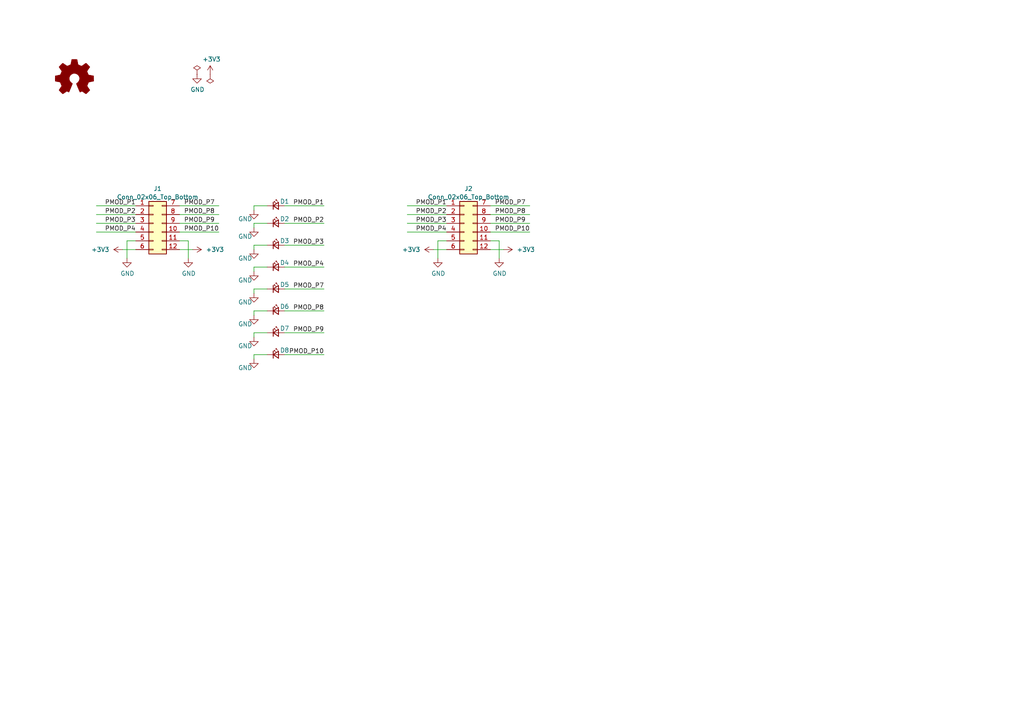
<source format=kicad_sch>
(kicad_sch (version 20230121) (generator eeschema)

  (uuid e63e39d7-6ac0-4ffd-8aa3-1841a4541b55)

  (paper "A4")

  (title_block
    (title "Pmod Matrix LED module")
    (date "2023-03-12")
    (rev "Rev.B")
    (company "Kenta IDA")
  )

  (lib_symbols
    (symbol "Connector_Generic:Conn_02x06_Top_Bottom" (pin_names (offset 1.016) hide) (in_bom yes) (on_board yes)
      (property "Reference" "J" (at 1.27 7.62 0)
        (effects (font (size 1.27 1.27)))
      )
      (property "Value" "Conn_02x06_Top_Bottom" (at 1.27 -10.16 0)
        (effects (font (size 1.27 1.27)))
      )
      (property "Footprint" "" (at 0 0 0)
        (effects (font (size 1.27 1.27)) hide)
      )
      (property "Datasheet" "~" (at 0 0 0)
        (effects (font (size 1.27 1.27)) hide)
      )
      (property "ki_keywords" "connector" (at 0 0 0)
        (effects (font (size 1.27 1.27)) hide)
      )
      (property "ki_description" "Generic connector, double row, 02x06, top/bottom pin numbering scheme (row 1: 1...pins_per_row, row2: pins_per_row+1 ... num_pins), script generated (kicad-library-utils/schlib/autogen/connector/)" (at 0 0 0)
        (effects (font (size 1.27 1.27)) hide)
      )
      (property "ki_fp_filters" "Connector*:*_2x??_*" (at 0 0 0)
        (effects (font (size 1.27 1.27)) hide)
      )
      (symbol "Conn_02x06_Top_Bottom_1_1"
        (rectangle (start -1.27 -7.493) (end 0 -7.747)
          (stroke (width 0.1524) (type default))
          (fill (type none))
        )
        (rectangle (start -1.27 -4.953) (end 0 -5.207)
          (stroke (width 0.1524) (type default))
          (fill (type none))
        )
        (rectangle (start -1.27 -2.413) (end 0 -2.667)
          (stroke (width 0.1524) (type default))
          (fill (type none))
        )
        (rectangle (start -1.27 0.127) (end 0 -0.127)
          (stroke (width 0.1524) (type default))
          (fill (type none))
        )
        (rectangle (start -1.27 2.667) (end 0 2.413)
          (stroke (width 0.1524) (type default))
          (fill (type none))
        )
        (rectangle (start -1.27 5.207) (end 0 4.953)
          (stroke (width 0.1524) (type default))
          (fill (type none))
        )
        (rectangle (start -1.27 6.35) (end 3.81 -8.89)
          (stroke (width 0.254) (type default))
          (fill (type background))
        )
        (rectangle (start 3.81 -7.493) (end 2.54 -7.747)
          (stroke (width 0.1524) (type default))
          (fill (type none))
        )
        (rectangle (start 3.81 -4.953) (end 2.54 -5.207)
          (stroke (width 0.1524) (type default))
          (fill (type none))
        )
        (rectangle (start 3.81 -2.413) (end 2.54 -2.667)
          (stroke (width 0.1524) (type default))
          (fill (type none))
        )
        (rectangle (start 3.81 0.127) (end 2.54 -0.127)
          (stroke (width 0.1524) (type default))
          (fill (type none))
        )
        (rectangle (start 3.81 2.667) (end 2.54 2.413)
          (stroke (width 0.1524) (type default))
          (fill (type none))
        )
        (rectangle (start 3.81 5.207) (end 2.54 4.953)
          (stroke (width 0.1524) (type default))
          (fill (type none))
        )
        (pin passive line (at -5.08 5.08 0) (length 3.81)
          (name "Pin_1" (effects (font (size 1.27 1.27))))
          (number "1" (effects (font (size 1.27 1.27))))
        )
        (pin passive line (at 7.62 -2.54 180) (length 3.81)
          (name "Pin_10" (effects (font (size 1.27 1.27))))
          (number "10" (effects (font (size 1.27 1.27))))
        )
        (pin passive line (at 7.62 -5.08 180) (length 3.81)
          (name "Pin_11" (effects (font (size 1.27 1.27))))
          (number "11" (effects (font (size 1.27 1.27))))
        )
        (pin passive line (at 7.62 -7.62 180) (length 3.81)
          (name "Pin_12" (effects (font (size 1.27 1.27))))
          (number "12" (effects (font (size 1.27 1.27))))
        )
        (pin passive line (at -5.08 2.54 0) (length 3.81)
          (name "Pin_2" (effects (font (size 1.27 1.27))))
          (number "2" (effects (font (size 1.27 1.27))))
        )
        (pin passive line (at -5.08 0 0) (length 3.81)
          (name "Pin_3" (effects (font (size 1.27 1.27))))
          (number "3" (effects (font (size 1.27 1.27))))
        )
        (pin passive line (at -5.08 -2.54 0) (length 3.81)
          (name "Pin_4" (effects (font (size 1.27 1.27))))
          (number "4" (effects (font (size 1.27 1.27))))
        )
        (pin passive line (at -5.08 -5.08 0) (length 3.81)
          (name "Pin_5" (effects (font (size 1.27 1.27))))
          (number "5" (effects (font (size 1.27 1.27))))
        )
        (pin passive line (at -5.08 -7.62 0) (length 3.81)
          (name "Pin_6" (effects (font (size 1.27 1.27))))
          (number "6" (effects (font (size 1.27 1.27))))
        )
        (pin passive line (at 7.62 5.08 180) (length 3.81)
          (name "Pin_7" (effects (font (size 1.27 1.27))))
          (number "7" (effects (font (size 1.27 1.27))))
        )
        (pin passive line (at 7.62 2.54 180) (length 3.81)
          (name "Pin_8" (effects (font (size 1.27 1.27))))
          (number "8" (effects (font (size 1.27 1.27))))
        )
        (pin passive line (at 7.62 0 180) (length 3.81)
          (name "Pin_9" (effects (font (size 1.27 1.27))))
          (number "9" (effects (font (size 1.27 1.27))))
        )
      )
    )
    (symbol "Device:LED_Small" (pin_numbers hide) (pin_names (offset 0.254) hide) (in_bom yes) (on_board yes)
      (property "Reference" "D" (at -1.27 3.175 0)
        (effects (font (size 1.27 1.27)) (justify left))
      )
      (property "Value" "LED_Small" (at -4.445 -2.54 0)
        (effects (font (size 1.27 1.27)) (justify left))
      )
      (property "Footprint" "" (at 0 0 90)
        (effects (font (size 1.27 1.27)) hide)
      )
      (property "Datasheet" "~" (at 0 0 90)
        (effects (font (size 1.27 1.27)) hide)
      )
      (property "ki_keywords" "LED diode light-emitting-diode" (at 0 0 0)
        (effects (font (size 1.27 1.27)) hide)
      )
      (property "ki_description" "Light emitting diode, small symbol" (at 0 0 0)
        (effects (font (size 1.27 1.27)) hide)
      )
      (property "ki_fp_filters" "LED* LED_SMD:* LED_THT:*" (at 0 0 0)
        (effects (font (size 1.27 1.27)) hide)
      )
      (symbol "LED_Small_0_1"
        (polyline
          (pts
            (xy -0.762 -1.016)
            (xy -0.762 1.016)
          )
          (stroke (width 0.254) (type default))
          (fill (type none))
        )
        (polyline
          (pts
            (xy 1.016 0)
            (xy -0.762 0)
          )
          (stroke (width 0) (type default))
          (fill (type none))
        )
        (polyline
          (pts
            (xy 0.762 -1.016)
            (xy -0.762 0)
            (xy 0.762 1.016)
            (xy 0.762 -1.016)
          )
          (stroke (width 0.254) (type default))
          (fill (type none))
        )
        (polyline
          (pts
            (xy 0 0.762)
            (xy -0.508 1.27)
            (xy -0.254 1.27)
            (xy -0.508 1.27)
            (xy -0.508 1.016)
          )
          (stroke (width 0) (type default))
          (fill (type none))
        )
        (polyline
          (pts
            (xy 0.508 1.27)
            (xy 0 1.778)
            (xy 0.254 1.778)
            (xy 0 1.778)
            (xy 0 1.524)
          )
          (stroke (width 0) (type default))
          (fill (type none))
        )
      )
      (symbol "LED_Small_1_1"
        (pin passive line (at -2.54 0 0) (length 1.778)
          (name "K" (effects (font (size 1.27 1.27))))
          (number "1" (effects (font (size 1.27 1.27))))
        )
        (pin passive line (at 2.54 0 180) (length 1.778)
          (name "A" (effects (font (size 1.27 1.27))))
          (number "2" (effects (font (size 1.27 1.27))))
        )
      )
    )
    (symbol "Graphic:Logo_Open_Hardware_Small" (pin_names (offset 1.016)) (in_bom yes) (on_board yes)
      (property "Reference" "#LOGO" (at 0 6.985 0)
        (effects (font (size 1.27 1.27)) hide)
      )
      (property "Value" "Logo_Open_Hardware_Small" (at 0 -5.715 0)
        (effects (font (size 1.27 1.27)) hide)
      )
      (property "Footprint" "" (at 0 0 0)
        (effects (font (size 1.27 1.27)) hide)
      )
      (property "Datasheet" "~" (at 0 0 0)
        (effects (font (size 1.27 1.27)) hide)
      )
      (property "ki_keywords" "Logo" (at 0 0 0)
        (effects (font (size 1.27 1.27)) hide)
      )
      (property "ki_description" "Open Hardware logo, small" (at 0 0 0)
        (effects (font (size 1.27 1.27)) hide)
      )
      (symbol "Logo_Open_Hardware_Small_0_1"
        (polyline
          (pts
            (xy 3.3528 -4.3434)
            (xy 3.302 -4.318)
            (xy 3.175 -4.2418)
            (xy 2.9972 -4.1148)
            (xy 2.7686 -3.9624)
            (xy 2.54 -3.81)
            (xy 2.3622 -3.7084)
            (xy 2.2352 -3.6068)
            (xy 2.1844 -3.5814)
            (xy 2.159 -3.6068)
            (xy 2.0574 -3.6576)
            (xy 1.905 -3.7338)
            (xy 1.8034 -3.7846)
            (xy 1.6764 -3.8354)
            (xy 1.6002 -3.8354)
            (xy 1.6002 -3.8354)
            (xy 1.5494 -3.7338)
            (xy 1.4732 -3.5306)
            (xy 1.3462 -3.302)
            (xy 1.2446 -3.0226)
            (xy 1.1176 -2.7178)
            (xy 0.9652 -2.413)
            (xy 0.8636 -2.1082)
            (xy 0.7366 -1.8288)
            (xy 0.6604 -1.6256)
            (xy 0.6096 -1.4732)
            (xy 0.5842 -1.397)
            (xy 0.5842 -1.397)
            (xy 0.6604 -1.3208)
            (xy 0.7874 -1.2446)
            (xy 1.0414 -1.016)
            (xy 1.2954 -0.6858)
            (xy 1.4478 -0.3302)
            (xy 1.524 0.0762)
            (xy 1.4732 0.4572)
            (xy 1.3208 0.8128)
            (xy 1.0668 1.143)
            (xy 0.762 1.3716)
            (xy 0.4064 1.524)
            (xy 0 1.5748)
            (xy -0.381 1.5494)
            (xy -0.7366 1.397)
            (xy -1.0668 1.143)
            (xy -1.2192 0.9906)
            (xy -1.397 0.6604)
            (xy -1.524 0.3048)
            (xy -1.524 0.2286)
            (xy -1.4986 -0.1778)
            (xy -1.397 -0.5334)
            (xy -1.1938 -0.8636)
            (xy -0.9144 -1.143)
            (xy -0.8636 -1.1684)
            (xy -0.7366 -1.27)
            (xy -0.635 -1.3462)
            (xy -0.5842 -1.397)
            (xy -1.0668 -2.5908)
            (xy -1.143 -2.794)
            (xy -1.2954 -3.1242)
            (xy -1.397 -3.4036)
            (xy -1.4986 -3.6322)
            (xy -1.5748 -3.7846)
            (xy -1.6002 -3.8354)
            (xy -1.6002 -3.8354)
            (xy -1.651 -3.8354)
            (xy -1.7272 -3.81)
            (xy -1.905 -3.7338)
            (xy -2.0066 -3.683)
            (xy -2.1336 -3.6068)
            (xy -2.2098 -3.5814)
            (xy -2.2606 -3.6068)
            (xy -2.3622 -3.683)
            (xy -2.54 -3.81)
            (xy -2.7686 -3.9624)
            (xy -2.9718 -4.0894)
            (xy -3.1496 -4.2164)
            (xy -3.302 -4.318)
            (xy -3.3528 -4.3434)
            (xy -3.3782 -4.3434)
            (xy -3.429 -4.318)
            (xy -3.5306 -4.2164)
            (xy -3.7084 -4.064)
            (xy -3.937 -3.8354)
            (xy -3.9624 -3.81)
            (xy -4.1656 -3.6068)
            (xy -4.318 -3.4544)
            (xy -4.4196 -3.3274)
            (xy -4.445 -3.2766)
            (xy -4.445 -3.2766)
            (xy -4.4196 -3.2258)
            (xy -4.318 -3.0734)
            (xy -4.2164 -2.8956)
            (xy -4.064 -2.667)
            (xy -3.6576 -2.0828)
            (xy -3.8862 -1.5494)
            (xy -3.937 -1.3716)
            (xy -4.0386 -1.1684)
            (xy -4.0894 -1.0414)
            (xy -4.1148 -0.9652)
            (xy -4.191 -0.9398)
            (xy -4.318 -0.9144)
            (xy -4.5466 -0.8636)
            (xy -4.8006 -0.8128)
            (xy -5.0546 -0.7874)
            (xy -5.2578 -0.7366)
            (xy -5.4356 -0.7112)
            (xy -5.5118 -0.6858)
            (xy -5.5118 -0.6858)
            (xy -5.5372 -0.635)
            (xy -5.5372 -0.5588)
            (xy -5.5372 -0.4318)
            (xy -5.5626 -0.2286)
            (xy -5.5626 0.0762)
            (xy -5.5626 0.127)
            (xy -5.5372 0.4064)
            (xy -5.5372 0.635)
            (xy -5.5372 0.762)
            (xy -5.5372 0.8382)
            (xy -5.5372 0.8382)
            (xy -5.461 0.8382)
            (xy -5.3086 0.889)
            (xy -5.08 0.9144)
            (xy -4.826 0.9652)
            (xy -4.8006 0.9906)
            (xy -4.5466 1.0414)
            (xy -4.318 1.0668)
            (xy -4.1656 1.1176)
            (xy -4.0894 1.143)
            (xy -4.0894 1.143)
            (xy -4.0386 1.2446)
            (xy -3.9624 1.4224)
            (xy -3.8608 1.6256)
            (xy -3.7846 1.8288)
            (xy -3.7084 2.0066)
            (xy -3.6576 2.159)
            (xy -3.6322 2.2098)
            (xy -3.6322 2.2098)
            (xy -3.683 2.286)
            (xy -3.7592 2.413)
            (xy -3.8862 2.5908)
            (xy -4.064 2.8194)
            (xy -4.064 2.8448)
            (xy -4.2164 3.0734)
            (xy -4.3434 3.2512)
            (xy -4.4196 3.3782)
            (xy -4.445 3.4544)
            (xy -4.445 3.4544)
            (xy -4.3942 3.5052)
            (xy -4.2926 3.6322)
            (xy -4.1148 3.81)
            (xy -3.937 4.0132)
            (xy -3.8608 4.064)
            (xy -3.6576 4.2926)
            (xy -3.5052 4.4196)
            (xy -3.4036 4.4958)
            (xy -3.3528 4.5212)
            (xy -3.3528 4.5212)
            (xy -3.302 4.4704)
            (xy -3.1496 4.3688)
            (xy -2.9718 4.2418)
            (xy -2.7432 4.0894)
            (xy -2.7178 4.0894)
            (xy -2.4892 3.937)
            (xy -2.3114 3.81)
            (xy -2.1844 3.7084)
            (xy -2.1336 3.683)
            (xy -2.1082 3.683)
            (xy -2.032 3.7084)
            (xy -1.8542 3.7592)
            (xy -1.6764 3.8354)
            (xy -1.4732 3.937)
            (xy -1.27 4.0132)
            (xy -1.143 4.064)
            (xy -1.0668 4.1148)
            (xy -1.0668 4.1148)
            (xy -1.0414 4.191)
            (xy -1.016 4.3434)
            (xy -0.9652 4.572)
            (xy -0.9144 4.8514)
            (xy -0.889 4.9022)
            (xy -0.8382 5.1562)
            (xy -0.8128 5.3848)
            (xy -0.7874 5.5372)
            (xy -0.762 5.588)
            (xy -0.7112 5.6134)
            (xy -0.5842 5.6134)
            (xy -0.4064 5.6134)
            (xy -0.1524 5.6134)
            (xy 0.0762 5.6134)
            (xy 0.3302 5.6134)
            (xy 0.5334 5.6134)
            (xy 0.6858 5.588)
            (xy 0.7366 5.588)
            (xy 0.7366 5.588)
            (xy 0.762 5.5118)
            (xy 0.8128 5.334)
            (xy 0.8382 5.1054)
            (xy 0.9144 4.826)
            (xy 0.9144 4.7752)
            (xy 0.9652 4.5212)
            (xy 1.016 4.2926)
            (xy 1.0414 4.1402)
            (xy 1.0668 4.0894)
            (xy 1.0668 4.0894)
            (xy 1.1938 4.0386)
            (xy 1.3716 3.9624)
            (xy 1.5748 3.8608)
            (xy 2.0828 3.6576)
            (xy 2.7178 4.0894)
            (xy 2.7686 4.1402)
            (xy 2.9972 4.2926)
            (xy 3.175 4.4196)
            (xy 3.302 4.4958)
            (xy 3.3782 4.5212)
            (xy 3.3782 4.5212)
            (xy 3.429 4.4704)
            (xy 3.556 4.3434)
            (xy 3.7338 4.191)
            (xy 3.9116 3.9878)
            (xy 4.064 3.8354)
            (xy 4.2418 3.6576)
            (xy 4.3434 3.556)
            (xy 4.4196 3.4798)
            (xy 4.4196 3.429)
            (xy 4.4196 3.4036)
            (xy 4.3942 3.3274)
            (xy 4.2926 3.2004)
            (xy 4.1656 2.9972)
            (xy 4.0132 2.794)
            (xy 3.8862 2.5908)
            (xy 3.7592 2.3876)
            (xy 3.6576 2.2352)
            (xy 3.6322 2.159)
            (xy 3.6322 2.1336)
            (xy 3.683 2.0066)
            (xy 3.7592 1.8288)
            (xy 3.8608 1.6002)
            (xy 4.064 1.1176)
            (xy 4.3942 1.0414)
            (xy 4.5974 1.016)
            (xy 4.8768 0.9652)
            (xy 5.1308 0.9144)
            (xy 5.5372 0.8382)
            (xy 5.5626 -0.6604)
            (xy 5.4864 -0.6858)
            (xy 5.4356 -0.6858)
            (xy 5.2832 -0.7366)
            (xy 5.0546 -0.762)
            (xy 4.8006 -0.8128)
            (xy 4.5974 -0.8636)
            (xy 4.3688 -0.9144)
            (xy 4.2164 -0.9398)
            (xy 4.1402 -0.9398)
            (xy 4.1148 -0.9652)
            (xy 4.064 -1.0668)
            (xy 3.9878 -1.2446)
            (xy 3.9116 -1.4478)
            (xy 3.81 -1.651)
            (xy 3.7338 -1.8542)
            (xy 3.683 -2.0066)
            (xy 3.6576 -2.0828)
            (xy 3.683 -2.1336)
            (xy 3.7846 -2.2606)
            (xy 3.8862 -2.4638)
            (xy 4.0386 -2.667)
            (xy 4.191 -2.8956)
            (xy 4.318 -3.0734)
            (xy 4.3942 -3.2004)
            (xy 4.445 -3.2766)
            (xy 4.4196 -3.3274)
            (xy 4.3434 -3.429)
            (xy 4.1656 -3.5814)
            (xy 3.937 -3.8354)
            (xy 3.8862 -3.8608)
            (xy 3.683 -4.064)
            (xy 3.5306 -4.2164)
            (xy 3.4036 -4.318)
            (xy 3.3528 -4.3434)
          )
          (stroke (width 0) (type default))
          (fill (type outline))
        )
      )
    )
    (symbol "power:+3V3" (power) (pin_names (offset 0)) (in_bom yes) (on_board yes)
      (property "Reference" "#PWR" (at 0 -3.81 0)
        (effects (font (size 1.27 1.27)) hide)
      )
      (property "Value" "+3V3" (at 0 3.556 0)
        (effects (font (size 1.27 1.27)))
      )
      (property "Footprint" "" (at 0 0 0)
        (effects (font (size 1.27 1.27)) hide)
      )
      (property "Datasheet" "" (at 0 0 0)
        (effects (font (size 1.27 1.27)) hide)
      )
      (property "ki_keywords" "power-flag" (at 0 0 0)
        (effects (font (size 1.27 1.27)) hide)
      )
      (property "ki_description" "Power symbol creates a global label with name \"+3V3\"" (at 0 0 0)
        (effects (font (size 1.27 1.27)) hide)
      )
      (symbol "+3V3_0_1"
        (polyline
          (pts
            (xy -0.762 1.27)
            (xy 0 2.54)
          )
          (stroke (width 0) (type default))
          (fill (type none))
        )
        (polyline
          (pts
            (xy 0 0)
            (xy 0 2.54)
          )
          (stroke (width 0) (type default))
          (fill (type none))
        )
        (polyline
          (pts
            (xy 0 2.54)
            (xy 0.762 1.27)
          )
          (stroke (width 0) (type default))
          (fill (type none))
        )
      )
      (symbol "+3V3_1_1"
        (pin power_in line (at 0 0 90) (length 0) hide
          (name "+3V3" (effects (font (size 1.27 1.27))))
          (number "1" (effects (font (size 1.27 1.27))))
        )
      )
    )
    (symbol "power:GND" (power) (pin_names (offset 0)) (in_bom yes) (on_board yes)
      (property "Reference" "#PWR" (at 0 -6.35 0)
        (effects (font (size 1.27 1.27)) hide)
      )
      (property "Value" "GND" (at 0 -3.81 0)
        (effects (font (size 1.27 1.27)))
      )
      (property "Footprint" "" (at 0 0 0)
        (effects (font (size 1.27 1.27)) hide)
      )
      (property "Datasheet" "" (at 0 0 0)
        (effects (font (size 1.27 1.27)) hide)
      )
      (property "ki_keywords" "power-flag" (at 0 0 0)
        (effects (font (size 1.27 1.27)) hide)
      )
      (property "ki_description" "Power symbol creates a global label with name \"GND\" , ground" (at 0 0 0)
        (effects (font (size 1.27 1.27)) hide)
      )
      (symbol "GND_0_1"
        (polyline
          (pts
            (xy 0 0)
            (xy 0 -1.27)
            (xy 1.27 -1.27)
            (xy 0 -2.54)
            (xy -1.27 -1.27)
            (xy 0 -1.27)
          )
          (stroke (width 0) (type default))
          (fill (type none))
        )
      )
      (symbol "GND_1_1"
        (pin power_in line (at 0 0 270) (length 0) hide
          (name "GND" (effects (font (size 1.27 1.27))))
          (number "1" (effects (font (size 1.27 1.27))))
        )
      )
    )
    (symbol "power:PWR_FLAG" (power) (pin_numbers hide) (pin_names (offset 0) hide) (in_bom yes) (on_board yes)
      (property "Reference" "#FLG" (at 0 1.905 0)
        (effects (font (size 1.27 1.27)) hide)
      )
      (property "Value" "PWR_FLAG" (at 0 3.81 0)
        (effects (font (size 1.27 1.27)))
      )
      (property "Footprint" "" (at 0 0 0)
        (effects (font (size 1.27 1.27)) hide)
      )
      (property "Datasheet" "~" (at 0 0 0)
        (effects (font (size 1.27 1.27)) hide)
      )
      (property "ki_keywords" "power-flag" (at 0 0 0)
        (effects (font (size 1.27 1.27)) hide)
      )
      (property "ki_description" "Special symbol for telling ERC where power comes from" (at 0 0 0)
        (effects (font (size 1.27 1.27)) hide)
      )
      (symbol "PWR_FLAG_0_0"
        (pin power_out line (at 0 0 90) (length 0)
          (name "pwr" (effects (font (size 1.27 1.27))))
          (number "1" (effects (font (size 1.27 1.27))))
        )
      )
      (symbol "PWR_FLAG_0_1"
        (polyline
          (pts
            (xy 0 0)
            (xy 0 1.27)
            (xy -1.016 1.905)
            (xy 0 2.54)
            (xy 1.016 1.905)
            (xy 0 1.27)
          )
          (stroke (width 0) (type default))
          (fill (type none))
        )
      )
    )
  )



  (wire (pts (xy 52.07 72.39) (xy 55.88 72.39))
    (stroke (width 0) (type default))
    (uuid 02913d7e-917e-4e50-be77-fbbc59f63e4b)
  )
  (wire (pts (xy 54.61 74.93) (xy 54.61 69.85))
    (stroke (width 0) (type default))
    (uuid 0409d596-3e11-4e17-bf94-0ad6d11cf33f)
  )
  (wire (pts (xy 35.56 72.39) (xy 39.37 72.39))
    (stroke (width 0) (type default))
    (uuid 09b9ec06-9c48-45cc-971a-a5cf7e9c4e01)
  )
  (wire (pts (xy 39.37 69.85) (xy 36.83 69.85))
    (stroke (width 0) (type default))
    (uuid 09f28111-562f-4a25-8f68-4ee854a84d73)
  )
  (wire (pts (xy 82.55 90.17) (xy 93.98 90.17))
    (stroke (width 0) (type default))
    (uuid 11c4bfee-f735-4514-a68e-4dfa90d9e692)
  )
  (wire (pts (xy 82.55 83.82) (xy 93.98 83.82))
    (stroke (width 0) (type default))
    (uuid 13694dfb-8a3a-4195-8995-a708594b2d66)
  )
  (wire (pts (xy 73.66 90.17) (xy 73.66 91.44))
    (stroke (width 0) (type default))
    (uuid 13a142b6-cdf5-49ec-9359-b59d23f338e6)
  )
  (wire (pts (xy 118.11 59.69) (xy 129.54 59.69))
    (stroke (width 0) (type default))
    (uuid 22fb1628-c468-4d1b-bd90-caf641e88cdf)
  )
  (wire (pts (xy 118.11 67.31) (xy 129.54 67.31))
    (stroke (width 0) (type default))
    (uuid 240a8da8-0a4b-4e2d-a9e5-b29877a6ae2c)
  )
  (wire (pts (xy 77.47 64.77) (xy 73.66 64.77))
    (stroke (width 0) (type default))
    (uuid 24a98fb7-5c8b-4c5a-8d62-6b0d4028a151)
  )
  (wire (pts (xy 77.47 102.87) (xy 73.66 102.87))
    (stroke (width 0) (type default))
    (uuid 24f84250-c5c8-4b84-92f9-0dda53b25744)
  )
  (wire (pts (xy 118.11 62.23) (xy 129.54 62.23))
    (stroke (width 0) (type default))
    (uuid 27bc7122-fc22-43fd-b6e7-50bfbd4f972d)
  )
  (wire (pts (xy 77.47 83.82) (xy 73.66 83.82))
    (stroke (width 0) (type default))
    (uuid 295a9d89-2991-486f-8616-95ac9b090d39)
  )
  (wire (pts (xy 27.94 64.77) (xy 39.37 64.77))
    (stroke (width 0) (type default))
    (uuid 30d119eb-7b9d-4143-870e-38cb91d258e8)
  )
  (wire (pts (xy 52.07 62.23) (xy 63.5 62.23))
    (stroke (width 0) (type default))
    (uuid 30e67d25-7e43-4728-b696-4fa786bd7554)
  )
  (wire (pts (xy 142.24 62.23) (xy 153.67 62.23))
    (stroke (width 0) (type default))
    (uuid 31e33386-961f-40ad-bd6f-cb21dd544d4c)
  )
  (wire (pts (xy 52.07 59.69) (xy 63.5 59.69))
    (stroke (width 0) (type default))
    (uuid 3abb3f0a-cb8c-4513-8203-889299c787e0)
  )
  (wire (pts (xy 36.83 69.85) (xy 36.83 74.93))
    (stroke (width 0) (type default))
    (uuid 3e9e4983-8e90-4ecb-9cb6-18aaef3c10ef)
  )
  (wire (pts (xy 142.24 64.77) (xy 153.67 64.77))
    (stroke (width 0) (type default))
    (uuid 422b5b20-42e8-4a38-be03-8fe32cac0d8c)
  )
  (wire (pts (xy 82.55 102.87) (xy 93.98 102.87))
    (stroke (width 0) (type default))
    (uuid 44003b1e-2424-4082-ac4f-a18a671edbb3)
  )
  (wire (pts (xy 142.24 72.39) (xy 146.05 72.39))
    (stroke (width 0) (type default))
    (uuid 49dedfaf-7a00-4729-80ac-d650b16805c9)
  )
  (wire (pts (xy 118.11 64.77) (xy 129.54 64.77))
    (stroke (width 0) (type default))
    (uuid 5bec2b9d-bdad-475b-831e-b02942819f61)
  )
  (wire (pts (xy 52.07 64.77) (xy 63.5 64.77))
    (stroke (width 0) (type default))
    (uuid 5f1f15f3-d59f-4a40-8fe3-a860278a85d7)
  )
  (wire (pts (xy 73.66 71.12) (xy 73.66 72.39))
    (stroke (width 0) (type default))
    (uuid 64ed393b-a3eb-4046-95e8-973f04ef4470)
  )
  (wire (pts (xy 73.66 83.82) (xy 73.66 85.09))
    (stroke (width 0) (type default))
    (uuid 78ff966d-323a-45b4-b498-5e72b79efb8a)
  )
  (wire (pts (xy 77.47 71.12) (xy 73.66 71.12))
    (stroke (width 0) (type default))
    (uuid 7eff71a7-82c0-48e6-98c0-ad960d5b7e0b)
  )
  (wire (pts (xy 73.66 102.87) (xy 73.66 104.14))
    (stroke (width 0) (type default))
    (uuid 88ed4cc5-467f-4219-9bc4-64e3e9a8ee7c)
  )
  (wire (pts (xy 73.66 96.52) (xy 73.66 97.79))
    (stroke (width 0) (type default))
    (uuid 8c1aa5c3-a86a-42a6-8b14-1549c9917728)
  )
  (wire (pts (xy 144.78 69.85) (xy 142.24 69.85))
    (stroke (width 0) (type default))
    (uuid 95c6fd0c-3c1f-40f7-9b9a-9a0d0bb1355c)
  )
  (wire (pts (xy 73.66 77.47) (xy 73.66 78.74))
    (stroke (width 0) (type default))
    (uuid 9901177a-ba9c-46dc-ba18-ce3fd9f175ac)
  )
  (wire (pts (xy 73.66 59.69) (xy 73.66 60.96))
    (stroke (width 0) (type default))
    (uuid a3aa97d0-0575-405d-8c33-fe73ff694e04)
  )
  (wire (pts (xy 52.07 67.31) (xy 63.5 67.31))
    (stroke (width 0) (type default))
    (uuid a3be80e6-7769-4e28-9e61-f060b5a10177)
  )
  (wire (pts (xy 142.24 59.69) (xy 153.67 59.69))
    (stroke (width 0) (type default))
    (uuid ad4bb23a-88f8-4a67-9fe8-a784403ddb0f)
  )
  (wire (pts (xy 27.94 67.31) (xy 39.37 67.31))
    (stroke (width 0) (type default))
    (uuid b37e206c-e75d-49c0-8e0f-294ee3856e95)
  )
  (wire (pts (xy 27.94 59.69) (xy 39.37 59.69))
    (stroke (width 0) (type default))
    (uuid b7727ee1-5b75-4526-9d83-b3ba0fc67e53)
  )
  (wire (pts (xy 82.55 71.12) (xy 93.98 71.12))
    (stroke (width 0) (type default))
    (uuid bd2bf5b2-c863-4d4e-9a8f-bac61f152af6)
  )
  (wire (pts (xy 82.55 96.52) (xy 93.98 96.52))
    (stroke (width 0) (type default))
    (uuid c7ff4633-eaf0-4b42-8db4-347eddf5d3a8)
  )
  (wire (pts (xy 77.47 59.69) (xy 73.66 59.69))
    (stroke (width 0) (type default))
    (uuid c90e7b15-5f99-4681-b2ed-1b25f5a8eeed)
  )
  (wire (pts (xy 125.73 72.39) (xy 129.54 72.39))
    (stroke (width 0) (type default))
    (uuid cfc25b16-e5a0-45b7-9105-8daf0ed2b6d2)
  )
  (wire (pts (xy 77.47 90.17) (xy 73.66 90.17))
    (stroke (width 0) (type default))
    (uuid d06f70d2-b9e6-4b76-bdd2-0e19797bfa32)
  )
  (wire (pts (xy 82.55 77.47) (xy 93.98 77.47))
    (stroke (width 0) (type default))
    (uuid d194153b-cc18-4513-8813-1301d0cf5e7a)
  )
  (wire (pts (xy 77.47 77.47) (xy 73.66 77.47))
    (stroke (width 0) (type default))
    (uuid d58db5bc-bc86-487d-8bc8-f2744a51bcba)
  )
  (wire (pts (xy 73.66 64.77) (xy 73.66 66.04))
    (stroke (width 0) (type default))
    (uuid d92fc52c-6bb6-4a97-98ef-b52022c73422)
  )
  (wire (pts (xy 127 69.85) (xy 127 74.93))
    (stroke (width 0) (type default))
    (uuid e0b887b1-583f-4977-a1ba-90bf58587cd7)
  )
  (wire (pts (xy 142.24 67.31) (xy 153.67 67.31))
    (stroke (width 0) (type default))
    (uuid e16f2bdd-97bc-4b38-9297-74fc1140df83)
  )
  (wire (pts (xy 77.47 96.52) (xy 73.66 96.52))
    (stroke (width 0) (type default))
    (uuid ebbb647a-634b-4078-a002-c31df9311c92)
  )
  (wire (pts (xy 129.54 69.85) (xy 127 69.85))
    (stroke (width 0) (type default))
    (uuid ee07afb2-20fd-44bf-88c2-88c85c65b7ac)
  )
  (wire (pts (xy 54.61 69.85) (xy 52.07 69.85))
    (stroke (width 0) (type default))
    (uuid ee2b9d25-1f66-4964-9319-777d656765ba)
  )
  (wire (pts (xy 82.55 59.69) (xy 93.98 59.69))
    (stroke (width 0) (type default))
    (uuid f265646f-618c-4d0c-bf38-f59601da5791)
  )
  (wire (pts (xy 27.94 62.23) (xy 39.37 62.23))
    (stroke (width 0) (type default))
    (uuid fb345ed2-205d-473a-9b12-9bbe32407113)
  )
  (wire (pts (xy 144.78 74.93) (xy 144.78 69.85))
    (stroke (width 0) (type default))
    (uuid fbc3d501-6199-4ae2-9adb-92d0c44988bb)
  )
  (wire (pts (xy 82.55 64.77) (xy 93.98 64.77))
    (stroke (width 0) (type default))
    (uuid fbfed633-e076-4119-aa16-86d65b0867ff)
  )

  (label "PMOD_P1" (at 39.37 59.69 180) (fields_autoplaced)
    (effects (font (size 1.27 1.27)) (justify right bottom))
    (uuid 0fb4bb47-d1ce-4091-a2f4-f6c1f2eb3f24)
  )
  (label "PMOD_P7" (at 93.98 83.82 180) (fields_autoplaced)
    (effects (font (size 1.27 1.27)) (justify right bottom))
    (uuid 165def60-ca97-4fd7-9b4c-d581dbbf82eb)
  )
  (label "PMOD_P7" (at 53.34 59.69 0) (fields_autoplaced)
    (effects (font (size 1.27 1.27)) (justify left bottom))
    (uuid 1834813c-f71f-45c8-aa6f-2297fc4a5684)
  )
  (label "PMOD_P4" (at 39.37 67.31 180) (fields_autoplaced)
    (effects (font (size 1.27 1.27)) (justify right bottom))
    (uuid 1f62dfb7-1f5c-4fe6-8174-a3fe0c7dc95d)
  )
  (label "PMOD_P4" (at 93.98 77.47 180) (fields_autoplaced)
    (effects (font (size 1.27 1.27)) (justify right bottom))
    (uuid 230ba750-82a5-4b58-ba80-b77c06e044e9)
  )
  (label "PMOD_P2" (at 93.98 64.77 180) (fields_autoplaced)
    (effects (font (size 1.27 1.27)) (justify right bottom))
    (uuid 3521cd11-0bf6-4055-ba9f-6896f4c77b93)
  )
  (label "PMOD_P3" (at 129.54 64.77 180) (fields_autoplaced)
    (effects (font (size 1.27 1.27)) (justify right bottom))
    (uuid 3a7fa970-f939-4af8-aa35-d4630eaf8d08)
  )
  (label "PMOD_P9" (at 53.34 64.77 0) (fields_autoplaced)
    (effects (font (size 1.27 1.27)) (justify left bottom))
    (uuid 3aabefd4-bc4b-4522-a2c6-3028cf6c173d)
  )
  (label "PMOD_P2" (at 129.54 62.23 180) (fields_autoplaced)
    (effects (font (size 1.27 1.27)) (justify right bottom))
    (uuid 4145b1ec-0faa-4e94-8377-026ba3d6edca)
  )
  (label "PMOD_P10" (at 93.98 102.87 180) (fields_autoplaced)
    (effects (font (size 1.27 1.27)) (justify right bottom))
    (uuid 4e26f766-2546-4c22-a9bf-68adfca51bff)
  )
  (label "PMOD_P1" (at 93.98 59.69 180) (fields_autoplaced)
    (effects (font (size 1.27 1.27)) (justify right bottom))
    (uuid 4f3539cb-0509-4193-8b8e-e765cedb8809)
  )
  (label "PMOD_P1" (at 129.54 59.69 180) (fields_autoplaced)
    (effects (font (size 1.27 1.27)) (justify right bottom))
    (uuid 513696e0-9210-4abc-a79f-025bd1c683cf)
  )
  (label "PMOD_P10" (at 143.51 67.31 0) (fields_autoplaced)
    (effects (font (size 1.27 1.27)) (justify left bottom))
    (uuid 6721b720-5e45-4b92-bb78-e1fa664bb57d)
  )
  (label "PMOD_P2" (at 39.37 62.23 180) (fields_autoplaced)
    (effects (font (size 1.27 1.27)) (justify right bottom))
    (uuid 6f890a1c-d4fb-4db7-b571-4e98c9ba8002)
  )
  (label "PMOD_P9" (at 143.51 64.77 0) (fields_autoplaced)
    (effects (font (size 1.27 1.27)) (justify left bottom))
    (uuid 75f65375-5252-4351-a756-7f989eab6ac3)
  )
  (label "PMOD_P3" (at 39.37 64.77 180) (fields_autoplaced)
    (effects (font (size 1.27 1.27)) (justify right bottom))
    (uuid 8a5978e7-e0ed-4bc3-8dcb-8a2702fd2a6a)
  )
  (label "PMOD_P4" (at 129.54 67.31 180) (fields_autoplaced)
    (effects (font (size 1.27 1.27)) (justify right bottom))
    (uuid a1c8a76d-1995-4210-b18b-fb5dc0064712)
  )
  (label "PMOD_P9" (at 93.98 96.52 180) (fields_autoplaced)
    (effects (font (size 1.27 1.27)) (justify right bottom))
    (uuid a7a3b36a-b5e1-4f3f-8cbe-62404f504de9)
  )
  (label "PMOD_P8" (at 143.51 62.23 0) (fields_autoplaced)
    (effects (font (size 1.27 1.27)) (justify left bottom))
    (uuid b9d3a681-ec94-4393-8c25-b727013b1a4b)
  )
  (label "PMOD_P10" (at 53.34 67.31 0) (fields_autoplaced)
    (effects (font (size 1.27 1.27)) (justify left bottom))
    (uuid bec68437-10bd-4d45-b59d-13df6709c2a6)
  )
  (label "PMOD_P8" (at 53.34 62.23 0) (fields_autoplaced)
    (effects (font (size 1.27 1.27)) (justify left bottom))
    (uuid cfaac833-135d-4158-98e1-0ee171adc7d6)
  )
  (label "PMOD_P7" (at 143.51 59.69 0) (fields_autoplaced)
    (effects (font (size 1.27 1.27)) (justify left bottom))
    (uuid d551f974-fead-4257-8202-f1e4d3e6e75d)
  )
  (label "PMOD_P8" (at 93.98 90.17 180) (fields_autoplaced)
    (effects (font (size 1.27 1.27)) (justify right bottom))
    (uuid de822a31-e623-4e80-92d1-d5ac0cec91a8)
  )
  (label "PMOD_P3" (at 93.98 71.12 180) (fields_autoplaced)
    (effects (font (size 1.27 1.27)) (justify right bottom))
    (uuid ff748391-738b-4f55-9ad9-1452a1d71415)
  )

  (symbol (lib_id "power:PWR_FLAG") (at 57.15 21.59 0) (unit 1)
    (in_bom yes) (on_board yes) (dnp no)
    (uuid 00000000-0000-0000-0000-00005bd6d312)
    (property "Reference" "#FLG01" (at 57.15 19.685 0)
      (effects (font (size 1.27 1.27)) hide)
    )
    (property "Value" "PWR_FLAG" (at 57.15 17.1704 0)
      (effects (font (size 1.27 1.27)) hide)
    )
    (property "Footprint" "" (at 57.15 21.59 0)
      (effects (font (size 1.27 1.27)) hide)
    )
    (property "Datasheet" "~" (at 57.15 21.59 0)
      (effects (font (size 1.27 1.27)) hide)
    )
    (pin "1" (uuid ca8f82f2-88a8-426c-8f24-a25219306dd1))
    (instances
      (project "Pmod_LED"
        (path "/e63e39d7-6ac0-4ffd-8aa3-1841a4541b55"
          (reference "#FLG01") (unit 1)
        )
      )
    )
  )

  (symbol (lib_id "power:GND") (at 57.15 21.59 0) (unit 1)
    (in_bom yes) (on_board yes) (dnp no)
    (uuid 00000000-0000-0000-0000-00005bd6d399)
    (property "Reference" "#PWR02" (at 57.15 27.94 0)
      (effects (font (size 1.27 1.27)) hide)
    )
    (property "Value" "GND" (at 57.277 25.9842 0)
      (effects (font (size 1.27 1.27)))
    )
    (property "Footprint" "" (at 57.15 21.59 0)
      (effects (font (size 1.27 1.27)) hide)
    )
    (property "Datasheet" "" (at 57.15 21.59 0)
      (effects (font (size 1.27 1.27)) hide)
    )
    (pin "1" (uuid ca4119e7-0ccd-4468-af69-690a2633ead6))
    (instances
      (project "Pmod_LED"
        (path "/e63e39d7-6ac0-4ffd-8aa3-1841a4541b55"
          (reference "#PWR02") (unit 1)
        )
      )
    )
  )

  (symbol (lib_id "power:+3V3") (at 60.96 21.59 0) (unit 1)
    (in_bom yes) (on_board yes) (dnp no)
    (uuid 00000000-0000-0000-0000-00005ed7287d)
    (property "Reference" "#PWR03" (at 60.96 25.4 0)
      (effects (font (size 1.27 1.27)) hide)
    )
    (property "Value" "+3V3" (at 61.341 17.1958 0)
      (effects (font (size 1.27 1.27)))
    )
    (property "Footprint" "" (at 60.96 21.59 0)
      (effects (font (size 1.27 1.27)) hide)
    )
    (property "Datasheet" "" (at 60.96 21.59 0)
      (effects (font (size 1.27 1.27)) hide)
    )
    (pin "1" (uuid 7fc5bab0-7e23-48c7-8069-9d335e1f094f))
    (instances
      (project "Pmod_LED"
        (path "/e63e39d7-6ac0-4ffd-8aa3-1841a4541b55"
          (reference "#PWR03") (unit 1)
        )
      )
    )
  )

  (symbol (lib_id "power:PWR_FLAG") (at 60.96 21.59 180) (unit 1)
    (in_bom yes) (on_board yes) (dnp no)
    (uuid 00000000-0000-0000-0000-00005ed729a8)
    (property "Reference" "#FLG02" (at 60.96 23.495 0)
      (effects (font (size 1.27 1.27)) hide)
    )
    (property "Value" "PWR_FLAG" (at 60.96 26.0096 0)
      (effects (font (size 1.27 1.27)) hide)
    )
    (property "Footprint" "" (at 60.96 21.59 0)
      (effects (font (size 1.27 1.27)) hide)
    )
    (property "Datasheet" "~" (at 60.96 21.59 0)
      (effects (font (size 1.27 1.27)) hide)
    )
    (pin "1" (uuid ad58f393-9ae7-4f86-afbb-9666afbf3eb9))
    (instances
      (project "Pmod_LED"
        (path "/e63e39d7-6ac0-4ffd-8aa3-1841a4541b55"
          (reference "#FLG02") (unit 1)
        )
      )
    )
  )

  (symbol (lib_id "Graphic:Logo_Open_Hardware_Small") (at 21.59 22.86 0) (unit 1)
    (in_bom yes) (on_board yes) (dnp no)
    (uuid 00000000-0000-0000-0000-00005f9633da)
    (property "Reference" "LOGO1" (at 21.59 15.875 0)
      (effects (font (size 1.27 1.27)) hide)
    )
    (property "Value" "Logo_Open_Hardware_Small" (at 21.59 28.575 0)
      (effects (font (size 1.27 1.27)) hide)
    )
    (property "Footprint" "local:logo" (at 21.59 22.86 0)
      (effects (font (size 1.27 1.27)) hide)
    )
    (property "Datasheet" "~" (at 21.59 22.86 0)
      (effects (font (size 1.27 1.27)) hide)
    )
    (instances
      (project "Pmod_LED"
        (path "/e63e39d7-6ac0-4ffd-8aa3-1841a4541b55"
          (reference "LOGO1") (unit 1)
        )
      )
    )
  )

  (symbol (lib_id "power:GND") (at 73.66 60.96 0) (unit 1)
    (in_bom yes) (on_board yes) (dnp no)
    (uuid 045828fb-9089-40c1-94a3-ff36a3afe098)
    (property "Reference" "#PWR04" (at 73.66 67.31 0)
      (effects (font (size 1.27 1.27)) hide)
    )
    (property "Value" "GND" (at 71.12 63.5 0)
      (effects (font (size 1.27 1.27)))
    )
    (property "Footprint" "" (at 73.66 60.96 0)
      (effects (font (size 1.27 1.27)) hide)
    )
    (property "Datasheet" "" (at 73.66 60.96 0)
      (effects (font (size 1.27 1.27)) hide)
    )
    (pin "1" (uuid d75e4ad5-08d8-43b4-af1a-425c4424bf71))
    (instances
      (project "Pmod_LED"
        (path "/e63e39d7-6ac0-4ffd-8aa3-1841a4541b55"
          (reference "#PWR04") (unit 1)
        )
      )
    )
  )

  (symbol (lib_id "power:GND") (at 73.66 72.39 0) (unit 1)
    (in_bom yes) (on_board yes) (dnp no)
    (uuid 08544674-4645-4d6e-aef1-607b02392231)
    (property "Reference" "#PWR08" (at 73.66 78.74 0)
      (effects (font (size 1.27 1.27)) hide)
    )
    (property "Value" "GND" (at 71.12 74.93 0)
      (effects (font (size 1.27 1.27)))
    )
    (property "Footprint" "" (at 73.66 72.39 0)
      (effects (font (size 1.27 1.27)) hide)
    )
    (property "Datasheet" "" (at 73.66 72.39 0)
      (effects (font (size 1.27 1.27)) hide)
    )
    (pin "1" (uuid 7ec2f42e-096a-4317-9744-6e9d4f07b75b))
    (instances
      (project "Pmod_LED"
        (path "/e63e39d7-6ac0-4ffd-8aa3-1841a4541b55"
          (reference "#PWR08") (unit 1)
        )
      )
    )
  )

  (symbol (lib_id "Device:LED_Small") (at 80.01 77.47 0) (unit 1)
    (in_bom yes) (on_board yes) (dnp no)
    (uuid 12031203-8e78-4dac-92fb-1f73ce9c6f41)
    (property "Reference" "D4" (at 82.55 76.2 0)
      (effects (font (size 1.27 1.27)))
    )
    (property "Value" "RED" (at 80.0735 74.7301 0)
      (effects (font (size 1.27 1.27)) hide)
    )
    (property "Footprint" "local:LED_D3.0mm" (at 80.01 77.47 90)
      (effects (font (size 1.27 1.27)) hide)
    )
    (property "Datasheet" "~" (at 80.01 77.47 90)
      (effects (font (size 1.27 1.27)) hide)
    )
    (pin "1" (uuid ad6f2e48-7813-4126-b9c5-b1a9b6f97ddb))
    (pin "2" (uuid 599cf8d3-8748-42d8-a4a9-17ac90538c8a))
    (instances
      (project "Pmod_LED"
        (path "/e63e39d7-6ac0-4ffd-8aa3-1841a4541b55"
          (reference "D4") (unit 1)
        )
      )
    )
  )

  (symbol (lib_id "Device:LED_Small") (at 80.01 102.87 0) (unit 1)
    (in_bom yes) (on_board yes) (dnp no)
    (uuid 1efcfaf9-9fd1-4ab0-817f-9677ae205ab5)
    (property "Reference" "D8" (at 82.55 101.6 0)
      (effects (font (size 1.27 1.27)))
    )
    (property "Value" "RED" (at 80.0735 100.1301 0)
      (effects (font (size 1.27 1.27)) hide)
    )
    (property "Footprint" "local:LED_D3.0mm" (at 80.01 102.87 90)
      (effects (font (size 1.27 1.27)) hide)
    )
    (property "Datasheet" "~" (at 80.01 102.87 90)
      (effects (font (size 1.27 1.27)) hide)
    )
    (pin "1" (uuid c5589373-257b-4344-b430-f79f51449ddc))
    (pin "2" (uuid efcf6f36-d4bd-4cbb-92c2-7455aada023d))
    (instances
      (project "Pmod_LED"
        (path "/e63e39d7-6ac0-4ffd-8aa3-1841a4541b55"
          (reference "D8") (unit 1)
        )
      )
    )
  )

  (symbol (lib_id "power:GND") (at 73.66 91.44 0) (unit 1)
    (in_bom yes) (on_board yes) (dnp no)
    (uuid 28b185ed-5b22-4bf9-9e86-b0e3fcc91966)
    (property "Reference" "#PWR016" (at 73.66 97.79 0)
      (effects (font (size 1.27 1.27)) hide)
    )
    (property "Value" "GND" (at 71.12 93.98 0)
      (effects (font (size 1.27 1.27)))
    )
    (property "Footprint" "" (at 73.66 91.44 0)
      (effects (font (size 1.27 1.27)) hide)
    )
    (property "Datasheet" "" (at 73.66 91.44 0)
      (effects (font (size 1.27 1.27)) hide)
    )
    (pin "1" (uuid 277f27f6-d7ed-4bdc-8866-5dd64cae399d))
    (instances
      (project "Pmod_LED"
        (path "/e63e39d7-6ac0-4ffd-8aa3-1841a4541b55"
          (reference "#PWR016") (unit 1)
        )
      )
    )
  )

  (symbol (lib_id "power:+3V3") (at 35.56 72.39 90) (unit 1)
    (in_bom yes) (on_board yes) (dnp no)
    (uuid 2c6a01ee-1cc0-4f0a-8e9e-dfbcde667563)
    (property "Reference" "#PWR01" (at 39.37 72.39 0)
      (effects (font (size 1.27 1.27)) hide)
    )
    (property "Value" "+3V3" (at 31.75 72.39 90)
      (effects (font (size 1.27 1.27)) (justify left))
    )
    (property "Footprint" "" (at 35.56 72.39 0)
      (effects (font (size 1.27 1.27)) hide)
    )
    (property "Datasheet" "" (at 35.56 72.39 0)
      (effects (font (size 1.27 1.27)) hide)
    )
    (pin "1" (uuid f143de41-aee9-4bd9-9f75-fcff4ef36a3c))
    (instances
      (project "Pmod_LED"
        (path "/e63e39d7-6ac0-4ffd-8aa3-1841a4541b55"
          (reference "#PWR01") (unit 1)
        )
      )
    )
  )

  (symbol (lib_id "power:GND") (at 73.66 66.04 0) (unit 1)
    (in_bom yes) (on_board yes) (dnp no)
    (uuid 30cd14ab-d124-4314-b27f-e7882d97f1fc)
    (property "Reference" "#PWR06" (at 73.66 72.39 0)
      (effects (font (size 1.27 1.27)) hide)
    )
    (property "Value" "GND" (at 71.12 68.58 0)
      (effects (font (size 1.27 1.27)))
    )
    (property "Footprint" "" (at 73.66 66.04 0)
      (effects (font (size 1.27 1.27)) hide)
    )
    (property "Datasheet" "" (at 73.66 66.04 0)
      (effects (font (size 1.27 1.27)) hide)
    )
    (pin "1" (uuid 6f7ec9ac-8872-451a-90a9-126a633a51c2))
    (instances
      (project "Pmod_LED"
        (path "/e63e39d7-6ac0-4ffd-8aa3-1841a4541b55"
          (reference "#PWR06") (unit 1)
        )
      )
    )
  )

  (symbol (lib_id "Device:LED_Small") (at 80.01 83.82 0) (unit 1)
    (in_bom yes) (on_board yes) (dnp no)
    (uuid 4038122a-8502-4194-a849-949d2995b0fa)
    (property "Reference" "D5" (at 82.55 82.55 0)
      (effects (font (size 1.27 1.27)))
    )
    (property "Value" "RED" (at 80.0735 81.0801 0)
      (effects (font (size 1.27 1.27)) hide)
    )
    (property "Footprint" "local:LED_D3.0mm" (at 80.01 83.82 90)
      (effects (font (size 1.27 1.27)) hide)
    )
    (property "Datasheet" "~" (at 80.01 83.82 90)
      (effects (font (size 1.27 1.27)) hide)
    )
    (pin "1" (uuid fc4c73a2-db65-4fbf-9bb3-5f2a20e0f215))
    (pin "2" (uuid c317ca2a-94a3-44b4-99a3-6b488cf1c6d3))
    (instances
      (project "Pmod_LED"
        (path "/e63e39d7-6ac0-4ffd-8aa3-1841a4541b55"
          (reference "D5") (unit 1)
        )
      )
    )
  )

  (symbol (lib_id "Device:LED_Small") (at 80.01 64.77 0) (unit 1)
    (in_bom yes) (on_board yes) (dnp no)
    (uuid 44e40e7c-5d42-4930-92e1-ab443b5703f6)
    (property "Reference" "D2" (at 82.55 63.5 0)
      (effects (font (size 1.27 1.27)))
    )
    (property "Value" "RED" (at 80.0735 62.0301 0)
      (effects (font (size 1.27 1.27)) hide)
    )
    (property "Footprint" "local:LED_D3.0mm" (at 80.01 64.77 90)
      (effects (font (size 1.27 1.27)) hide)
    )
    (property "Datasheet" "~" (at 80.01 64.77 90)
      (effects (font (size 1.27 1.27)) hide)
    )
    (pin "1" (uuid d65ac07b-eed8-4eff-a425-bdd369d756c0))
    (pin "2" (uuid 798c1621-3618-41ae-8a52-e07354f4d561))
    (instances
      (project "Pmod_LED"
        (path "/e63e39d7-6ac0-4ffd-8aa3-1841a4541b55"
          (reference "D2") (unit 1)
        )
      )
    )
  )

  (symbol (lib_id "power:+3V3") (at 125.73 72.39 90) (unit 1)
    (in_bom yes) (on_board yes) (dnp no)
    (uuid 45c74ea1-cf36-4908-93f0-2f68a79d1f16)
    (property "Reference" "#PWR011" (at 129.54 72.39 0)
      (effects (font (size 1.27 1.27)) hide)
    )
    (property "Value" "+3V3" (at 121.92 72.39 90)
      (effects (font (size 1.27 1.27)) (justify left))
    )
    (property "Footprint" "" (at 125.73 72.39 0)
      (effects (font (size 1.27 1.27)) hide)
    )
    (property "Datasheet" "" (at 125.73 72.39 0)
      (effects (font (size 1.27 1.27)) hide)
    )
    (pin "1" (uuid 4836e20c-b635-4e0f-8365-585f062fb2b5))
    (instances
      (project "Pmod_LED"
        (path "/e63e39d7-6ac0-4ffd-8aa3-1841a4541b55"
          (reference "#PWR011") (unit 1)
        )
      )
    )
  )

  (symbol (lib_id "power:GND") (at 36.83 74.93 0) (unit 1)
    (in_bom yes) (on_board yes) (dnp no)
    (uuid 497062ac-bf45-4c9b-ad89-b1974bbecd1a)
    (property "Reference" "#PWR05" (at 36.83 81.28 0)
      (effects (font (size 1.27 1.27)) hide)
    )
    (property "Value" "GND" (at 36.957 79.3242 0)
      (effects (font (size 1.27 1.27)))
    )
    (property "Footprint" "" (at 36.83 74.93 0)
      (effects (font (size 1.27 1.27)) hide)
    )
    (property "Datasheet" "" (at 36.83 74.93 0)
      (effects (font (size 1.27 1.27)) hide)
    )
    (pin "1" (uuid a8ba7f97-4595-4eac-a179-bb24b7e23876))
    (instances
      (project "Pmod_LED"
        (path "/e63e39d7-6ac0-4ffd-8aa3-1841a4541b55"
          (reference "#PWR05") (unit 1)
        )
      )
    )
  )

  (symbol (lib_id "power:GND") (at 54.61 74.93 0) (unit 1)
    (in_bom yes) (on_board yes) (dnp no)
    (uuid 57a64999-1bec-4735-b9a8-3f758933cfcd)
    (property "Reference" "#PWR07" (at 54.61 81.28 0)
      (effects (font (size 1.27 1.27)) hide)
    )
    (property "Value" "GND" (at 54.737 79.3242 0)
      (effects (font (size 1.27 1.27)))
    )
    (property "Footprint" "" (at 54.61 74.93 0)
      (effects (font (size 1.27 1.27)) hide)
    )
    (property "Datasheet" "" (at 54.61 74.93 0)
      (effects (font (size 1.27 1.27)) hide)
    )
    (pin "1" (uuid 272702bc-2a72-4c1c-aec3-546d4e02b42c))
    (instances
      (project "Pmod_LED"
        (path "/e63e39d7-6ac0-4ffd-8aa3-1841a4541b55"
          (reference "#PWR07") (unit 1)
        )
      )
    )
  )

  (symbol (lib_id "power:GND") (at 73.66 104.14 0) (unit 1)
    (in_bom yes) (on_board yes) (dnp no)
    (uuid 581d7421-d86d-47e7-9df5-12cdbca3baf4)
    (property "Reference" "#PWR018" (at 73.66 110.49 0)
      (effects (font (size 1.27 1.27)) hide)
    )
    (property "Value" "GND" (at 71.12 106.68 0)
      (effects (font (size 1.27 1.27)))
    )
    (property "Footprint" "" (at 73.66 104.14 0)
      (effects (font (size 1.27 1.27)) hide)
    )
    (property "Datasheet" "" (at 73.66 104.14 0)
      (effects (font (size 1.27 1.27)) hide)
    )
    (pin "1" (uuid ae737331-3e27-4816-b3c0-69943417a13f))
    (instances
      (project "Pmod_LED"
        (path "/e63e39d7-6ac0-4ffd-8aa3-1841a4541b55"
          (reference "#PWR018") (unit 1)
        )
      )
    )
  )

  (symbol (lib_id "power:GND") (at 73.66 85.09 0) (unit 1)
    (in_bom yes) (on_board yes) (dnp no)
    (uuid 6d0266de-e8a3-4f0f-9c40-eac3a46c15f4)
    (property "Reference" "#PWR015" (at 73.66 91.44 0)
      (effects (font (size 1.27 1.27)) hide)
    )
    (property "Value" "GND" (at 71.12 87.63 0)
      (effects (font (size 1.27 1.27)))
    )
    (property "Footprint" "" (at 73.66 85.09 0)
      (effects (font (size 1.27 1.27)) hide)
    )
    (property "Datasheet" "" (at 73.66 85.09 0)
      (effects (font (size 1.27 1.27)) hide)
    )
    (pin "1" (uuid d6c63740-3128-4380-9a25-472d88e271f7))
    (instances
      (project "Pmod_LED"
        (path "/e63e39d7-6ac0-4ffd-8aa3-1841a4541b55"
          (reference "#PWR015") (unit 1)
        )
      )
    )
  )

  (symbol (lib_id "Device:LED_Small") (at 80.01 59.69 0) (unit 1)
    (in_bom yes) (on_board yes) (dnp no)
    (uuid 70f372e8-2553-4c03-88cb-eceb5385e74a)
    (property "Reference" "D1" (at 82.55 58.42 0)
      (effects (font (size 1.27 1.27)))
    )
    (property "Value" "RED" (at 80.0735 56.9501 0)
      (effects (font (size 1.27 1.27)) hide)
    )
    (property "Footprint" "local:LED_D3.0mm" (at 80.01 59.69 90)
      (effects (font (size 1.27 1.27)) hide)
    )
    (property "Datasheet" "~" (at 80.01 59.69 90)
      (effects (font (size 1.27 1.27)) hide)
    )
    (pin "1" (uuid e8680df1-55ee-4dc0-bc14-2d601d0702ba))
    (pin "2" (uuid bbf47ec8-1a40-4715-bfd0-a22086025bd9))
    (instances
      (project "Pmod_LED"
        (path "/e63e39d7-6ac0-4ffd-8aa3-1841a4541b55"
          (reference "D1") (unit 1)
        )
      )
    )
  )

  (symbol (lib_id "Device:LED_Small") (at 80.01 96.52 0) (unit 1)
    (in_bom yes) (on_board yes) (dnp no)
    (uuid 7a26e8e9-01fd-4a73-9601-358cd1a097df)
    (property "Reference" "D7" (at 82.55 95.25 0)
      (effects (font (size 1.27 1.27)))
    )
    (property "Value" "RED" (at 80.0735 93.7801 0)
      (effects (font (size 1.27 1.27)) hide)
    )
    (property "Footprint" "local:LED_D3.0mm" (at 80.01 96.52 90)
      (effects (font (size 1.27 1.27)) hide)
    )
    (property "Datasheet" "~" (at 80.01 96.52 90)
      (effects (font (size 1.27 1.27)) hide)
    )
    (pin "1" (uuid 7ab3a145-125f-483d-94a5-2f2146c2ad19))
    (pin "2" (uuid 21ef0700-43da-4147-8b3b-9ce80c0f998e))
    (instances
      (project "Pmod_LED"
        (path "/e63e39d7-6ac0-4ffd-8aa3-1841a4541b55"
          (reference "D7") (unit 1)
        )
      )
    )
  )

  (symbol (lib_id "power:GND") (at 73.66 97.79 0) (unit 1)
    (in_bom yes) (on_board yes) (dnp no)
    (uuid 868eaea5-d07e-4a8f-a90b-58e4c11635eb)
    (property "Reference" "#PWR017" (at 73.66 104.14 0)
      (effects (font (size 1.27 1.27)) hide)
    )
    (property "Value" "GND" (at 71.12 100.33 0)
      (effects (font (size 1.27 1.27)))
    )
    (property "Footprint" "" (at 73.66 97.79 0)
      (effects (font (size 1.27 1.27)) hide)
    )
    (property "Datasheet" "" (at 73.66 97.79 0)
      (effects (font (size 1.27 1.27)) hide)
    )
    (pin "1" (uuid cba3470c-b3dd-4979-b2ba-1968428bf16f))
    (instances
      (project "Pmod_LED"
        (path "/e63e39d7-6ac0-4ffd-8aa3-1841a4541b55"
          (reference "#PWR017") (unit 1)
        )
      )
    )
  )

  (symbol (lib_id "Device:LED_Small") (at 80.01 71.12 0) (unit 1)
    (in_bom yes) (on_board yes) (dnp no)
    (uuid 93be14b9-3d55-4ec5-a8c1-283e4bcdee0d)
    (property "Reference" "D3" (at 82.55 69.85 0)
      (effects (font (size 1.27 1.27)))
    )
    (property "Value" "RED" (at 80.0735 68.3801 0)
      (effects (font (size 1.27 1.27)) hide)
    )
    (property "Footprint" "local:LED_D3.0mm" (at 80.01 71.12 90)
      (effects (font (size 1.27 1.27)) hide)
    )
    (property "Datasheet" "~" (at 80.01 71.12 90)
      (effects (font (size 1.27 1.27)) hide)
    )
    (pin "1" (uuid bf08fd43-6103-41a3-9384-1279cbaa970d))
    (pin "2" (uuid 4e8869ab-b759-4cc5-b4b0-aea393226dd3))
    (instances
      (project "Pmod_LED"
        (path "/e63e39d7-6ac0-4ffd-8aa3-1841a4541b55"
          (reference "D3") (unit 1)
        )
      )
    )
  )

  (symbol (lib_id "power:GND") (at 73.66 78.74 0) (unit 1)
    (in_bom yes) (on_board yes) (dnp no)
    (uuid a190adca-e9c1-48a5-a48b-f20bf03070b2)
    (property "Reference" "#PWR010" (at 73.66 85.09 0)
      (effects (font (size 1.27 1.27)) hide)
    )
    (property "Value" "GND" (at 71.12 81.28 0)
      (effects (font (size 1.27 1.27)))
    )
    (property "Footprint" "" (at 73.66 78.74 0)
      (effects (font (size 1.27 1.27)) hide)
    )
    (property "Datasheet" "" (at 73.66 78.74 0)
      (effects (font (size 1.27 1.27)) hide)
    )
    (pin "1" (uuid 1f8345a9-867b-4b40-af58-0f094904a8d5))
    (instances
      (project "Pmod_LED"
        (path "/e63e39d7-6ac0-4ffd-8aa3-1841a4541b55"
          (reference "#PWR010") (unit 1)
        )
      )
    )
  )

  (symbol (lib_id "Connector_Generic:Conn_02x06_Top_Bottom") (at 44.45 64.77 0) (unit 1)
    (in_bom yes) (on_board yes) (dnp no)
    (uuid af25a666-a859-4b3e-85f0-ec12434274b4)
    (property "Reference" "J1" (at 45.72 54.7202 0)
      (effects (font (size 1.27 1.27)))
    )
    (property "Value" "Conn_02x06_Top_Bottom" (at 45.72 57.15 0)
      (effects (font (size 1.27 1.27)))
    )
    (property "Footprint" "local:Conn_Pmod_Spec_B_Thin" (at 44.45 64.77 0)
      (effects (font (size 1.27 1.27)) hide)
    )
    (property "Datasheet" "~" (at 44.45 64.77 0)
      (effects (font (size 1.27 1.27)) hide)
    )
    (pin "1" (uuid 811f1ce2-753e-4954-91f7-e8dc3c54257b))
    (pin "10" (uuid 8f99d6ea-f96b-40e6-9a04-4ab5fd0930b1))
    (pin "11" (uuid 5d5551e1-a33d-4104-8660-158dad8a6a57))
    (pin "12" (uuid 5bd8f6a8-f0cc-46ea-97b8-3533e0465690))
    (pin "2" (uuid eb3448b4-dd84-401f-9dd6-f2fe819b49e2))
    (pin "3" (uuid 361ae140-753c-4ffd-b5d6-dca1a35f40fd))
    (pin "4" (uuid 5c6ed10a-14c5-438c-b7ac-2130a5f620db))
    (pin "5" (uuid c993b6cb-25fb-4c6f-bb59-d48e438da83e))
    (pin "6" (uuid c8d1068b-1c54-4174-95c1-37a03dff9b1b))
    (pin "7" (uuid c49804c5-51c4-45fa-97ab-350536614ade))
    (pin "8" (uuid cb6006cd-c15a-4513-be5a-d8547623a083))
    (pin "9" (uuid 10445ca9-78d8-44a3-880e-46faca1204d4))
    (instances
      (project "Pmod_LED"
        (path "/e63e39d7-6ac0-4ffd-8aa3-1841a4541b55"
          (reference "J1") (unit 1)
        )
      )
    )
  )

  (symbol (lib_id "power:+3V3") (at 55.88 72.39 270) (unit 1)
    (in_bom yes) (on_board yes) (dnp no)
    (uuid b122387c-f151-4a47-8046-9d29b3a6845d)
    (property "Reference" "#PWR09" (at 52.07 72.39 0)
      (effects (font (size 1.27 1.27)) hide)
    )
    (property "Value" "+3V3" (at 59.69 72.39 90)
      (effects (font (size 1.27 1.27)) (justify left))
    )
    (property "Footprint" "" (at 55.88 72.39 0)
      (effects (font (size 1.27 1.27)) hide)
    )
    (property "Datasheet" "" (at 55.88 72.39 0)
      (effects (font (size 1.27 1.27)) hide)
    )
    (pin "1" (uuid 1f1ecef1-57cc-4344-9210-c00f6cffebc4))
    (instances
      (project "Pmod_LED"
        (path "/e63e39d7-6ac0-4ffd-8aa3-1841a4541b55"
          (reference "#PWR09") (unit 1)
        )
      )
    )
  )

  (symbol (lib_id "power:+3V3") (at 146.05 72.39 270) (unit 1)
    (in_bom yes) (on_board yes) (dnp no)
    (uuid c0a381e2-80c6-4e70-914b-0771d4d016a8)
    (property "Reference" "#PWR014" (at 142.24 72.39 0)
      (effects (font (size 1.27 1.27)) hide)
    )
    (property "Value" "+3V3" (at 149.86 72.39 90)
      (effects (font (size 1.27 1.27)) (justify left))
    )
    (property "Footprint" "" (at 146.05 72.39 0)
      (effects (font (size 1.27 1.27)) hide)
    )
    (property "Datasheet" "" (at 146.05 72.39 0)
      (effects (font (size 1.27 1.27)) hide)
    )
    (pin "1" (uuid 6ae3bcb0-27ce-4a65-b845-f01aa0a3f0bb))
    (instances
      (project "Pmod_LED"
        (path "/e63e39d7-6ac0-4ffd-8aa3-1841a4541b55"
          (reference "#PWR014") (unit 1)
        )
      )
    )
  )

  (symbol (lib_id "Connector_Generic:Conn_02x06_Top_Bottom") (at 134.62 64.77 0) (unit 1)
    (in_bom yes) (on_board yes) (dnp no)
    (uuid c1539e91-d4f1-483c-b790-bf83df38d8da)
    (property "Reference" "J2" (at 135.89 54.7202 0)
      (effects (font (size 1.27 1.27)))
    )
    (property "Value" "Conn_02x06_Top_Bottom" (at 135.89 57.15 0)
      (effects (font (size 1.27 1.27)))
    )
    (property "Footprint" "local:Conn_Pmod_Spec_D_Thin" (at 134.62 64.77 0)
      (effects (font (size 1.27 1.27)) hide)
    )
    (property "Datasheet" "~" (at 134.62 64.77 0)
      (effects (font (size 1.27 1.27)) hide)
    )
    (pin "1" (uuid 6a8901b7-3c6c-431b-a7a2-4f9af9e39dcf))
    (pin "10" (uuid 23a788c6-5e20-4889-bb11-e0cd951e876e))
    (pin "11" (uuid fb881646-a26c-4941-b383-3c937a5b5f7e))
    (pin "12" (uuid b1fc6a1f-370e-4965-8f60-60696dff71f1))
    (pin "2" (uuid 484741be-ca01-4632-9288-e55026c15ac6))
    (pin "3" (uuid 305e63da-a336-4777-9302-939905116d7e))
    (pin "4" (uuid f7ce6219-d5e1-41e8-b996-f5128533f685))
    (pin "5" (uuid 64c3ea42-c5d6-4522-b633-88aa43fca098))
    (pin "6" (uuid 7bcdfecc-2929-41cb-8d03-a03eee9100fa))
    (pin "7" (uuid 7b56674c-6773-4fd8-8e4c-356e0cea3d71))
    (pin "8" (uuid 86bc0106-56e7-4214-92a5-1694f985dbd3))
    (pin "9" (uuid 826a70c8-6335-4046-93be-b70c9ec20c6d))
    (instances
      (project "Pmod_LED"
        (path "/e63e39d7-6ac0-4ffd-8aa3-1841a4541b55"
          (reference "J2") (unit 1)
        )
      )
    )
  )

  (symbol (lib_id "power:GND") (at 127 74.93 0) (unit 1)
    (in_bom yes) (on_board yes) (dnp no)
    (uuid dd6eff91-1c7f-421d-99cd-3445a4eb4b46)
    (property "Reference" "#PWR012" (at 127 81.28 0)
      (effects (font (size 1.27 1.27)) hide)
    )
    (property "Value" "GND" (at 127.127 79.3242 0)
      (effects (font (size 1.27 1.27)))
    )
    (property "Footprint" "" (at 127 74.93 0)
      (effects (font (size 1.27 1.27)) hide)
    )
    (property "Datasheet" "" (at 127 74.93 0)
      (effects (font (size 1.27 1.27)) hide)
    )
    (pin "1" (uuid 5bfb9ddb-34c1-488f-8810-68f10ea25eb2))
    (instances
      (project "Pmod_LED"
        (path "/e63e39d7-6ac0-4ffd-8aa3-1841a4541b55"
          (reference "#PWR012") (unit 1)
        )
      )
    )
  )

  (symbol (lib_id "power:GND") (at 144.78 74.93 0) (unit 1)
    (in_bom yes) (on_board yes) (dnp no)
    (uuid f648b1e9-46ff-4331-a0f6-5ea639149d79)
    (property "Reference" "#PWR013" (at 144.78 81.28 0)
      (effects (font (size 1.27 1.27)) hide)
    )
    (property "Value" "GND" (at 144.907 79.3242 0)
      (effects (font (size 1.27 1.27)))
    )
    (property "Footprint" "" (at 144.78 74.93 0)
      (effects (font (size 1.27 1.27)) hide)
    )
    (property "Datasheet" "" (at 144.78 74.93 0)
      (effects (font (size 1.27 1.27)) hide)
    )
    (pin "1" (uuid 52ecf3d1-ad26-47b5-8e7f-119984d7d7bd))
    (instances
      (project "Pmod_LED"
        (path "/e63e39d7-6ac0-4ffd-8aa3-1841a4541b55"
          (reference "#PWR013") (unit 1)
        )
      )
    )
  )

  (symbol (lib_id "Device:LED_Small") (at 80.01 90.17 0) (unit 1)
    (in_bom yes) (on_board yes) (dnp no)
    (uuid fa443041-3c98-4911-ab61-54eac5f28279)
    (property "Reference" "D6" (at 82.55 88.9 0)
      (effects (font (size 1.27 1.27)))
    )
    (property "Value" "RED" (at 80.0735 87.4301 0)
      (effects (font (size 1.27 1.27)) hide)
    )
    (property "Footprint" "local:LED_D3.0mm" (at 80.01 90.17 90)
      (effects (font (size 1.27 1.27)) hide)
    )
    (property "Datasheet" "~" (at 80.01 90.17 90)
      (effects (font (size 1.27 1.27)) hide)
    )
    (pin "1" (uuid 2e4b6757-ac2f-4ca9-8add-7598198a4da1))
    (pin "2" (uuid f2772824-c5ca-427d-8a4c-ac2ab2a2c229))
    (instances
      (project "Pmod_LED"
        (path "/e63e39d7-6ac0-4ffd-8aa3-1841a4541b55"
          (reference "D6") (unit 1)
        )
      )
    )
  )

  (sheet_instances
    (path "/" (page "1"))
  )
)

</source>
